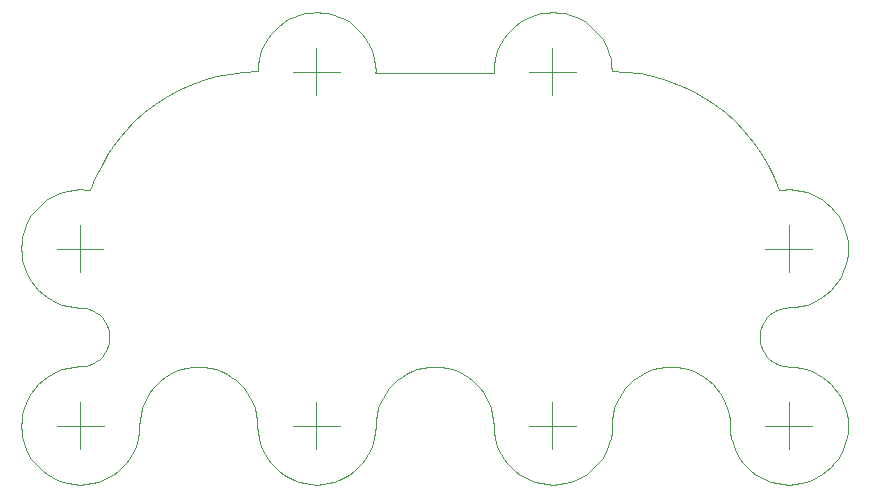
<source format=gbr>
G04 #@! TF.FileFunction,Profile,NP*
%FSLAX46Y46*%
G04 Gerber Fmt 4.6, Leading zero omitted, Abs format (unit mm)*
G04 Created by KiCad (PCBNEW 4.0.7-e2-6376~58~ubuntu16.04.1) date Fri Oct  5 04:37:02 2018*
%MOMM*%
%LPD*%
G01*
G04 APERTURE LIST*
%ADD10C,0.100000*%
G04 APERTURE END LIST*
D10*
X130973275Y-79987425D02*
X130973275Y-76010965D01*
X128985045Y-77999195D02*
X132961504Y-77999195D01*
X70973281Y-79987425D02*
X70973281Y-76010965D01*
X68985051Y-77999195D02*
X72961510Y-77999195D01*
X70978279Y-94987425D02*
X70978279Y-91010965D01*
X68990049Y-92999195D02*
X72966508Y-92999195D01*
X90973275Y-94987425D02*
X90973275Y-91010965D01*
X88985045Y-92999195D02*
X92961504Y-92999195D01*
X110973275Y-94987425D02*
X110973275Y-91010965D01*
X108985045Y-92999195D02*
X112961504Y-92999195D01*
X130973275Y-94987425D02*
X130973275Y-91010965D01*
X128985045Y-92999195D02*
X132961504Y-92999195D01*
X110973275Y-64987425D02*
X110973275Y-61010965D01*
X108985045Y-62999195D02*
X112961504Y-62999195D01*
X90973275Y-64987425D02*
X90973275Y-61010965D01*
X88985045Y-62999195D02*
X92961504Y-62999195D01*
X90999185Y-57979700D02*
X90997940Y-57979880D01*
X90999185Y-57979790D02*
X90999185Y-57979700D01*
X90999235Y-57979800D02*
X90999185Y-57979790D01*
X90999295Y-57979800D02*
X90999235Y-57979800D01*
X90999345Y-57979810D02*
X90999295Y-57979800D01*
X90999395Y-57979810D02*
X90999345Y-57979810D01*
X90999445Y-57979820D02*
X90999395Y-57979810D01*
X90999505Y-57979830D02*
X90999445Y-57979820D01*
X90999555Y-57979840D02*
X90999505Y-57979830D01*
X90999615Y-57979840D02*
X90999555Y-57979840D01*
X90999665Y-57979850D02*
X90999615Y-57979840D01*
X90999715Y-57979850D02*
X90999665Y-57979850D01*
X90999765Y-57979860D02*
X90999715Y-57979850D01*
X90999815Y-57979860D02*
X90999765Y-57979860D01*
X90999865Y-57979870D02*
X90999815Y-57979860D01*
X90999925Y-57979870D02*
X90999865Y-57979870D01*
X91510605Y-58005670D02*
X90999925Y-57979870D01*
X92006535Y-58081370D02*
X91510605Y-58005670D01*
X92485205Y-58204430D02*
X92006535Y-58081370D01*
X92944105Y-58372370D02*
X92485205Y-58204430D01*
X93380725Y-58582680D02*
X92944105Y-58372370D01*
X93792555Y-58832850D02*
X93380725Y-58582680D01*
X94177085Y-59120370D02*
X93792555Y-58832850D01*
X94531795Y-59442720D02*
X94177085Y-59120370D01*
X94854185Y-59797410D02*
X94531795Y-59442720D01*
X95141735Y-60181900D02*
X94854185Y-59797410D01*
X95391945Y-60593700D02*
X95141735Y-60181900D01*
X95602305Y-61030300D02*
X95391945Y-60593700D01*
X95770295Y-61489180D02*
X95602305Y-61030300D01*
X95893415Y-61967840D02*
X95770295Y-61489180D01*
X95969115Y-62463760D02*
X95893415Y-61967840D01*
X95994915Y-62974440D02*
X95969115Y-62463760D01*
X95994535Y-62982440D02*
X95994915Y-62974440D01*
X95994165Y-62990440D02*
X95994535Y-62982440D01*
X95993775Y-62998440D02*
X95994165Y-62990440D01*
X95993395Y-63006440D02*
X95993775Y-62998440D01*
X95993005Y-63014440D02*
X95993395Y-63006440D01*
X95992615Y-63022440D02*
X95993005Y-63014440D01*
X95992195Y-63030440D02*
X95992615Y-63022440D01*
X95991785Y-63038440D02*
X95992195Y-63030440D01*
X95991355Y-63046440D02*
X95991785Y-63038440D01*
X95990925Y-63054440D02*
X95991355Y-63046440D01*
X95990455Y-63062440D02*
X95990925Y-63054440D01*
X95989995Y-63070440D02*
X95990455Y-63062440D01*
X95989465Y-63078440D02*
X95989995Y-63070440D01*
X95988995Y-63086440D02*
X95989465Y-63078440D01*
X95988535Y-63094440D02*
X95988995Y-63086440D01*
X95987995Y-63102440D02*
X95988535Y-63094440D01*
X96614315Y-63102440D02*
X95987995Y-63102440D01*
X97240635Y-63102440D02*
X96614315Y-63102440D01*
X97866955Y-63102440D02*
X97240635Y-63102440D01*
X98493275Y-63102440D02*
X97866955Y-63102440D01*
X99119595Y-63102440D02*
X98493275Y-63102440D01*
X99745915Y-63102440D02*
X99119595Y-63102440D01*
X100372235Y-63102440D02*
X99745915Y-63102440D01*
X100998555Y-63102440D02*
X100372235Y-63102440D01*
X101624875Y-63102440D02*
X100998555Y-63102440D01*
X102251205Y-63102440D02*
X101624875Y-63102440D01*
X102877525Y-63102440D02*
X102251205Y-63102440D01*
X103503845Y-63102440D02*
X102877525Y-63102440D01*
X104130165Y-63102440D02*
X103503845Y-63102440D01*
X104756485Y-63102440D02*
X104130165Y-63102440D01*
X105382805Y-63102440D02*
X104756485Y-63102440D01*
X106009125Y-63102440D02*
X105382805Y-63102440D01*
X106008745Y-63094440D02*
X106009125Y-63102440D01*
X106008375Y-63086440D02*
X106008745Y-63094440D01*
X106008005Y-63078440D02*
X106008375Y-63086440D01*
X106007645Y-63070440D02*
X106008005Y-63078440D01*
X106007275Y-63062440D02*
X106007645Y-63070440D01*
X106006925Y-63054440D02*
X106007275Y-63062440D01*
X106006575Y-63046440D02*
X106006925Y-63054440D01*
X106006245Y-63038440D02*
X106006575Y-63046440D01*
X106005925Y-63030440D02*
X106006245Y-63038440D01*
X106005615Y-63022440D02*
X106005925Y-63030440D01*
X106005315Y-63014440D02*
X106005615Y-63022440D01*
X106005045Y-63006440D02*
X106005315Y-63014440D01*
X106004775Y-62998440D02*
X106005045Y-63006440D01*
X106004545Y-62990440D02*
X106004775Y-62998440D01*
X106004325Y-62982440D02*
X106004545Y-62990440D01*
X106004125Y-62974440D02*
X106004325Y-62982440D01*
X106029925Y-62463770D02*
X106004125Y-62974440D01*
X106105625Y-61967840D02*
X106029925Y-62463770D01*
X106228745Y-61489180D02*
X106105625Y-61967840D01*
X106396735Y-61030300D02*
X106228745Y-61489180D01*
X106607095Y-60593700D02*
X106396735Y-61030300D01*
X106857305Y-60181900D02*
X106607095Y-60593700D01*
X107144855Y-59797400D02*
X106857305Y-60181900D01*
X107467245Y-59442720D02*
X107144855Y-59797400D01*
X107821955Y-59120370D02*
X107467245Y-59442720D01*
X108206485Y-58832850D02*
X107821955Y-59120370D01*
X108618315Y-58582680D02*
X108206485Y-58832850D01*
X109054935Y-58372370D02*
X108618315Y-58582680D01*
X109513835Y-58204440D02*
X109054935Y-58372370D01*
X109992505Y-58081370D02*
X109513835Y-58204440D01*
X110488435Y-58005670D02*
X109992505Y-58081370D01*
X110999115Y-57979870D02*
X110488435Y-58005670D01*
X111509795Y-58005670D02*
X110999115Y-57979870D01*
X112005725Y-58081370D02*
X111509795Y-58005670D01*
X112484395Y-58204430D02*
X112005725Y-58081370D01*
X112943295Y-58372370D02*
X112484395Y-58204430D01*
X113379915Y-58582680D02*
X112943295Y-58372370D01*
X113791745Y-58832850D02*
X113379915Y-58582680D01*
X114176265Y-59120370D02*
X113791745Y-58832850D01*
X114530975Y-59442720D02*
X114176265Y-59120370D01*
X114853365Y-59797400D02*
X114530975Y-59442720D01*
X115140925Y-60181900D02*
X114853365Y-59797400D01*
X115391125Y-60593700D02*
X115140925Y-60181900D01*
X115601485Y-61030300D02*
X115391125Y-60593700D01*
X115769475Y-61489180D02*
X115601485Y-61030300D01*
X115892595Y-61967840D02*
X115769475Y-61489180D01*
X115968295Y-62463760D02*
X115892595Y-61967840D01*
X115994095Y-62974440D02*
X115968295Y-62463760D01*
X117181445Y-63022640D02*
X115994095Y-62974440D01*
X118348085Y-63162470D02*
X117181445Y-63022640D01*
X119489795Y-63390890D02*
X118348085Y-63162470D01*
X120602345Y-63704900D02*
X119489795Y-63390890D01*
X121681525Y-64101490D02*
X120602345Y-63704900D01*
X122723105Y-64577640D02*
X121681525Y-64101490D01*
X123722865Y-65130360D02*
X122723105Y-64577640D01*
X124676585Y-65756630D02*
X123722865Y-65130360D01*
X125580045Y-66453450D02*
X124676585Y-65756630D01*
X126429025Y-67217820D02*
X125580045Y-66453450D01*
X127219295Y-68046720D02*
X126429025Y-67217820D01*
X127946635Y-68937140D02*
X127219295Y-68046720D01*
X128606825Y-69886090D02*
X127946635Y-68937140D01*
X129195645Y-70890550D02*
X128606825Y-69886090D01*
X129708875Y-71947520D02*
X129195645Y-70890550D01*
X130142295Y-73053980D02*
X129708875Y-71947520D01*
X130195395Y-73044980D02*
X130142295Y-73053980D01*
X130248595Y-73036980D02*
X130195395Y-73044980D01*
X130301795Y-73028980D02*
X130248595Y-73036980D01*
X130355095Y-73021980D02*
X130301795Y-73028980D01*
X130408495Y-73014980D02*
X130355095Y-73021980D01*
X130461995Y-73008980D02*
X130408495Y-73014980D01*
X130515495Y-73003980D02*
X130461995Y-73008980D01*
X130569095Y-72998980D02*
X130515495Y-73003980D01*
X130622695Y-72994980D02*
X130569095Y-72998980D01*
X130676395Y-72990980D02*
X130622695Y-72994980D01*
X130730095Y-72987980D02*
X130676395Y-72990980D01*
X130783895Y-72984980D02*
X130730095Y-72987980D01*
X130837695Y-72981980D02*
X130783895Y-72984980D01*
X130891495Y-72980980D02*
X130837695Y-72981980D01*
X130945295Y-72980270D02*
X130891495Y-72980980D01*
X130999195Y-72979980D02*
X130945295Y-72980270D01*
X131509865Y-73005780D02*
X130999195Y-72979980D01*
X132005795Y-73081480D02*
X131509865Y-73005780D01*
X132484455Y-73204590D02*
X132005795Y-73081480D01*
X132943335Y-73372580D02*
X132484455Y-73204590D01*
X133379935Y-73582940D02*
X132943335Y-73372580D01*
X133791735Y-73833150D02*
X133379935Y-73582940D01*
X134176225Y-74120700D02*
X133791735Y-73833150D01*
X134530905Y-74443090D02*
X134176225Y-74120700D01*
X134853255Y-74797800D02*
X134530905Y-74443090D01*
X135140775Y-75182330D02*
X134853255Y-74797800D01*
X135390945Y-75594160D02*
X135140775Y-75182330D01*
X135601255Y-76030780D02*
X135390945Y-75594160D01*
X135769185Y-76489680D02*
X135601255Y-76030780D01*
X135892255Y-76968350D02*
X135769185Y-76489680D01*
X135967955Y-77464280D02*
X135892255Y-76968350D01*
X135993755Y-77974960D02*
X135967955Y-77464280D01*
X135967955Y-78485640D02*
X135993755Y-77974960D01*
X135892255Y-78981570D02*
X135967955Y-78485640D01*
X135769195Y-79460240D02*
X135892255Y-78981570D01*
X135601255Y-79919140D02*
X135769195Y-79460240D01*
X135390945Y-80355760D02*
X135601255Y-79919140D01*
X135140775Y-80767590D02*
X135390945Y-80355760D01*
X134853255Y-81152110D02*
X135140775Y-80767590D01*
X134530905Y-81506830D02*
X134853255Y-81152110D01*
X134176225Y-81829220D02*
X134530905Y-81506830D01*
X133791735Y-82116770D02*
X134176225Y-81829220D01*
X133379935Y-82366990D02*
X133791735Y-82116770D01*
X132943335Y-82577340D02*
X133379935Y-82366990D01*
X132484455Y-82745330D02*
X132943335Y-82577340D01*
X132005795Y-82868440D02*
X132484455Y-82745330D01*
X131509875Y-82944140D02*
X132005795Y-82868440D01*
X130999195Y-82969940D02*
X131509875Y-82944140D01*
X130998195Y-82969900D02*
X130999195Y-82969940D01*
X130996195Y-82969850D02*
X130998195Y-82969900D01*
X130995195Y-82969800D02*
X130996195Y-82969850D01*
X130994195Y-82969740D02*
X130995195Y-82969800D01*
X130993195Y-82969680D02*
X130994195Y-82969740D01*
X130991195Y-82969610D02*
X130993195Y-82969680D01*
X130990195Y-82969540D02*
X130991195Y-82969610D01*
X130989195Y-82969470D02*
X130990195Y-82969540D01*
X130988195Y-82969400D02*
X130989195Y-82969470D01*
X130986195Y-82969320D02*
X130988195Y-82969400D01*
X130985195Y-82969250D02*
X130986195Y-82969320D01*
X130984195Y-82969180D02*
X130985195Y-82969250D01*
X130983195Y-82969120D02*
X130984195Y-82969180D01*
X130981195Y-82969050D02*
X130983195Y-82969120D01*
X130980195Y-82968990D02*
X130981195Y-82969050D01*
X130979195Y-82968940D02*
X130980195Y-82968990D01*
X130979195Y-82968940D02*
X130979195Y-82968940D01*
X130979195Y-82968940D02*
X130979195Y-82968940D01*
X130979195Y-82968940D02*
X130979195Y-82968940D01*
X130979195Y-82968940D02*
X130979195Y-82968940D01*
X130979195Y-82968940D02*
X130979195Y-82968940D01*
X130979195Y-82968940D02*
X130979195Y-82968940D01*
X130979195Y-82968940D02*
X130979195Y-82968940D01*
X130979195Y-82968940D02*
X130979195Y-82968940D01*
X130979195Y-82968940D02*
X130979195Y-82968940D01*
X130979195Y-82968940D02*
X130979195Y-82968940D01*
X130979195Y-82968940D02*
X130979195Y-82968940D01*
X130979195Y-82968940D02*
X130979195Y-82968940D01*
X130979195Y-82968940D02*
X130979195Y-82968940D01*
X130979195Y-82968940D02*
X130979195Y-82968940D01*
X130979195Y-82968940D02*
X130979195Y-82968940D01*
X130979195Y-82968940D02*
X130979195Y-82968940D01*
X130726105Y-82984340D02*
X130979195Y-82968940D01*
X130480465Y-83024440D02*
X130726105Y-82984340D01*
X130243515Y-83088040D02*
X130480465Y-83024440D01*
X130016455Y-83173940D02*
X130243515Y-83088040D01*
X129800525Y-83280780D02*
X130016455Y-83173940D01*
X129596955Y-83407300D02*
X129800525Y-83280780D01*
X129406955Y-83552240D02*
X129596955Y-83407300D01*
X129231755Y-83714320D02*
X129406955Y-83552240D01*
X129072565Y-83892260D02*
X129231755Y-83714320D01*
X128930625Y-84084800D02*
X129072565Y-83892260D01*
X128807175Y-84290660D02*
X128930625Y-84084800D01*
X128703365Y-84508570D02*
X128807175Y-84290660D01*
X128620465Y-84737260D02*
X128703365Y-84508570D01*
X128559765Y-84975440D02*
X128620465Y-84737260D01*
X128522365Y-85221860D02*
X128559765Y-84975440D01*
X128509565Y-85475230D02*
X128522365Y-85221860D01*
X128522465Y-85728560D02*
X128509565Y-85475230D01*
X128559865Y-85974940D02*
X128522465Y-85728560D01*
X128620665Y-86213080D02*
X128559865Y-85974940D01*
X128703565Y-86441720D02*
X128620665Y-86213080D01*
X128807375Y-86659590D02*
X128703565Y-86441720D01*
X128930855Y-86865400D02*
X128807375Y-86659590D01*
X129072805Y-87057900D02*
X128930855Y-86865400D01*
X129231985Y-87235800D02*
X129072805Y-87057900D01*
X129407195Y-87397840D02*
X129231985Y-87235800D01*
X129597185Y-87542740D02*
X129407195Y-87397840D01*
X129800745Y-87669220D02*
X129597185Y-87542740D01*
X130016655Y-87776040D02*
X129800745Y-87669220D01*
X130243685Y-87861940D02*
X130016655Y-87776040D01*
X130480615Y-87925540D02*
X130243685Y-87861940D01*
X130726215Y-87965540D02*
X130480615Y-87925540D01*
X130979275Y-87981040D02*
X130726215Y-87965540D01*
X130979275Y-87981040D02*
X130979275Y-87981040D01*
X130979275Y-87981040D02*
X130979275Y-87981040D01*
X130979275Y-87981040D02*
X130979275Y-87981040D01*
X130979275Y-87981040D02*
X130979275Y-87981040D01*
X130979275Y-87981040D02*
X130979275Y-87981040D01*
X130979275Y-87981040D02*
X130979275Y-87981040D01*
X130979275Y-87981040D02*
X130979275Y-87981040D01*
X130979275Y-87981040D02*
X130979275Y-87981040D01*
X130979275Y-87981040D02*
X130979275Y-87981040D01*
X130979275Y-87981040D02*
X130979275Y-87981040D01*
X130979275Y-87981040D02*
X130979275Y-87981040D01*
X130979275Y-87981040D02*
X130979275Y-87981040D01*
X130979275Y-87981040D02*
X130979275Y-87981040D01*
X130979275Y-87981040D02*
X130979275Y-87981040D01*
X130979275Y-87981040D02*
X130979275Y-87981040D01*
X130979275Y-87981040D02*
X130979275Y-87981040D01*
X130980275Y-87981000D02*
X130979275Y-87981040D01*
X130981275Y-87980950D02*
X130980275Y-87981000D01*
X130982275Y-87980890D02*
X130981275Y-87980950D01*
X130984275Y-87980830D02*
X130982275Y-87980890D01*
X130985275Y-87980770D02*
X130984275Y-87980830D01*
X130986275Y-87980700D02*
X130985275Y-87980770D01*
X130987275Y-87980630D02*
X130986275Y-87980700D01*
X130989275Y-87980560D02*
X130987275Y-87980630D01*
X130990275Y-87980490D02*
X130989275Y-87980560D01*
X130991275Y-87980420D02*
X130990275Y-87980490D01*
X130992275Y-87980350D02*
X130991275Y-87980420D01*
X130994275Y-87980280D02*
X130992275Y-87980350D01*
X130995275Y-87980210D02*
X130994275Y-87980280D01*
X130996275Y-87980150D02*
X130995275Y-87980210D01*
X130997275Y-87980090D02*
X130996275Y-87980150D01*
X130998275Y-87980040D02*
X130997275Y-87980090D01*
X131508945Y-88005840D02*
X130998275Y-87980040D01*
X132004875Y-88081540D02*
X131508945Y-88005840D01*
X132483535Y-88204650D02*
X132004875Y-88081540D01*
X132942415Y-88372640D02*
X132483535Y-88204650D01*
X133379015Y-88583000D02*
X132942415Y-88372640D01*
X133790815Y-88833210D02*
X133379015Y-88583000D01*
X134175305Y-89120760D02*
X133790815Y-88833210D01*
X134529985Y-89443150D02*
X134175305Y-89120760D01*
X134852335Y-89797860D02*
X134529985Y-89443150D01*
X135139855Y-90182390D02*
X134852335Y-89797860D01*
X135390025Y-90594220D02*
X135139855Y-90182390D01*
X135600335Y-91030840D02*
X135390025Y-90594220D01*
X135768265Y-91489740D02*
X135600335Y-91030840D01*
X135891335Y-91968410D02*
X135768265Y-91489740D01*
X135967035Y-92464340D02*
X135891335Y-91968410D01*
X135992835Y-92975020D02*
X135967035Y-92464340D01*
X135967035Y-93485700D02*
X135992835Y-92975020D01*
X135891335Y-93981630D02*
X135967035Y-93485700D01*
X135768275Y-94460300D02*
X135891335Y-93981630D01*
X135600335Y-94919200D02*
X135768275Y-94460300D01*
X135390025Y-95355820D02*
X135600335Y-94919200D01*
X135139855Y-95767650D02*
X135390025Y-95355820D01*
X134852335Y-96152170D02*
X135139855Y-95767650D01*
X134529985Y-96506890D02*
X134852335Y-96152170D01*
X134175305Y-96829280D02*
X134529985Y-96506890D01*
X133790815Y-97116830D02*
X134175305Y-96829280D01*
X133379015Y-97367050D02*
X133790815Y-97116830D01*
X132942415Y-97577400D02*
X133379015Y-97367050D01*
X132483535Y-97745390D02*
X132942415Y-97577400D01*
X132004875Y-97868500D02*
X132483535Y-97745390D01*
X131508955Y-97944200D02*
X132004875Y-97868500D01*
X130998275Y-97970000D02*
X131508955Y-97944200D01*
X130489235Y-97944300D02*
X130998275Y-97970000D01*
X129994555Y-97869000D02*
X130489235Y-97944300D01*
X129516745Y-97746650D02*
X129994555Y-97869000D01*
X129058345Y-97579690D02*
X129516745Y-97746650D01*
X128621895Y-97370600D02*
X129058345Y-97579690D01*
X128209895Y-97121870D02*
X128621895Y-97370600D01*
X127824895Y-96835980D02*
X128209895Y-97121870D01*
X127469425Y-96515400D02*
X127824895Y-96835980D01*
X127146005Y-96162610D02*
X127469425Y-96515400D01*
X126857155Y-95780100D02*
X127146005Y-96162610D01*
X126605415Y-95370350D02*
X126857155Y-95780100D01*
X126393315Y-94935830D02*
X126605415Y-95370350D01*
X126223365Y-94479030D02*
X126393315Y-94935830D01*
X126098145Y-94002430D02*
X126223365Y-94479030D01*
X126020245Y-93508500D02*
X126098145Y-94002430D01*
X125991845Y-92999730D02*
X126020245Y-93508500D01*
X125991845Y-92999730D02*
X125991845Y-92999730D01*
X125991845Y-92999730D02*
X125991845Y-92999730D01*
X125991845Y-92999730D02*
X125991845Y-92999730D01*
X125991845Y-92999730D02*
X125991845Y-92999730D01*
X125991845Y-92999730D02*
X125991845Y-92999730D01*
X125991845Y-92999730D02*
X125991845Y-92999730D01*
X125991845Y-92999730D02*
X125991845Y-92999730D01*
X125991845Y-92999730D02*
X125991845Y-92999730D01*
X125991845Y-92999730D02*
X125991845Y-92999730D01*
X125991845Y-92999730D02*
X125991845Y-92999730D01*
X125991845Y-92999730D02*
X125991845Y-92999730D01*
X125991845Y-92999730D02*
X125991845Y-92999730D01*
X125991845Y-92999730D02*
X125991845Y-92999730D01*
X125991845Y-92999730D02*
X125991845Y-92999730D01*
X125991845Y-92999730D02*
X125991845Y-92999730D01*
X125991845Y-92999730D02*
X125991845Y-92999730D01*
X125991885Y-92998730D02*
X125991845Y-92999730D01*
X125991935Y-92996730D02*
X125991885Y-92998730D01*
X125991985Y-92995730D02*
X125991935Y-92996730D01*
X125992045Y-92994730D02*
X125991985Y-92995730D01*
X125992105Y-92993730D02*
X125992045Y-92994730D01*
X125992175Y-92991730D02*
X125992105Y-92993730D01*
X125992245Y-92990730D02*
X125992175Y-92991730D01*
X125992315Y-92989730D02*
X125992245Y-92990730D01*
X125992385Y-92988730D02*
X125992315Y-92989730D01*
X125992465Y-92986730D02*
X125992385Y-92988730D01*
X125992535Y-92985730D02*
X125992465Y-92986730D01*
X125992605Y-92984730D02*
X125992535Y-92985730D01*
X125992665Y-92983730D02*
X125992605Y-92984730D01*
X125992735Y-92981730D02*
X125992665Y-92983730D01*
X125992795Y-92980730D02*
X125992735Y-92981730D01*
X125992845Y-92979730D02*
X125992795Y-92980730D01*
X125967045Y-92469010D02*
X125992845Y-92979730D01*
X125891345Y-91973050D02*
X125967045Y-92469010D01*
X125768255Y-91494350D02*
X125891345Y-91973050D01*
X125600295Y-91035420D02*
X125768255Y-91494350D01*
X125389955Y-90598780D02*
X125600295Y-91035420D01*
X125139755Y-90186940D02*
X125389955Y-90598780D01*
X124852205Y-89802400D02*
X125139755Y-90186940D01*
X124529815Y-89447680D02*
X124852205Y-89802400D01*
X124175095Y-89125290D02*
X124529815Y-89447680D01*
X123790565Y-88837740D02*
X124175095Y-89125290D01*
X123378715Y-88587540D02*
X123790565Y-88837740D01*
X122942075Y-88377210D02*
X123378715Y-88587540D01*
X122483145Y-88209260D02*
X122942075Y-88377210D01*
X122004445Y-88086160D02*
X122483145Y-88209260D01*
X121508485Y-88010460D02*
X122004445Y-88086160D01*
X120997765Y-87984660D02*
X121508485Y-88010460D01*
X120487045Y-88010460D02*
X120997765Y-87984660D01*
X119991085Y-88086160D02*
X120487045Y-88010460D01*
X119512385Y-88209240D02*
X119991085Y-88086160D01*
X119053455Y-88377210D02*
X119512385Y-88209240D01*
X118616815Y-88587540D02*
X119053455Y-88377210D01*
X118204975Y-88837740D02*
X118616815Y-88587540D01*
X117820435Y-89125290D02*
X118204975Y-88837740D01*
X117465715Y-89447680D02*
X117820435Y-89125290D01*
X117143325Y-89802400D02*
X117465715Y-89447680D01*
X116855775Y-90186940D02*
X117143325Y-89802400D01*
X116605575Y-90598780D02*
X116855775Y-90186940D01*
X116395245Y-91035420D02*
X116605575Y-90598780D01*
X116227295Y-91494350D02*
X116395245Y-91035420D01*
X116104195Y-91973050D02*
X116227295Y-91494350D01*
X116028495Y-92469010D02*
X116104195Y-91973050D01*
X116002695Y-92979730D02*
X116028495Y-92469010D01*
X116002735Y-92980730D02*
X116002695Y-92979730D01*
X116002785Y-92981730D02*
X116002735Y-92980730D01*
X116002845Y-92983730D02*
X116002785Y-92981730D01*
X116002905Y-92984730D02*
X116002845Y-92983730D01*
X116002965Y-92985730D02*
X116002905Y-92984730D01*
X116003035Y-92986730D02*
X116002965Y-92985730D01*
X116003105Y-92988730D02*
X116003035Y-92986730D01*
X116003175Y-92989730D02*
X116003105Y-92988730D01*
X116003245Y-92990730D02*
X116003175Y-92989730D01*
X116003315Y-92991730D02*
X116003245Y-92990730D01*
X116003385Y-92993730D02*
X116003315Y-92991730D01*
X116003455Y-92994730D02*
X116003385Y-92993730D01*
X116003515Y-92995730D02*
X116003455Y-92994730D01*
X116003585Y-92996730D02*
X116003515Y-92995730D01*
X116003645Y-92998730D02*
X116003585Y-92996730D01*
X116003695Y-92999730D02*
X116003645Y-92998730D01*
X116003695Y-92999730D02*
X116003695Y-92999730D01*
X116003695Y-92999730D02*
X116003695Y-92999730D01*
X116003695Y-92999730D02*
X116003695Y-92999730D01*
X116003695Y-92999730D02*
X116003695Y-92999730D01*
X116003695Y-92999730D02*
X116003695Y-92999730D01*
X116003695Y-92999730D02*
X116003695Y-92999730D01*
X116003695Y-92999730D02*
X116003695Y-92999730D01*
X116003695Y-92999730D02*
X116003695Y-92999730D01*
X116003695Y-92999730D02*
X116003695Y-92999730D01*
X116003695Y-92999730D02*
X116003695Y-92999730D01*
X116003695Y-92999730D02*
X116003695Y-92999730D01*
X116003695Y-92999730D02*
X116003695Y-92999730D01*
X116003695Y-92999730D02*
X116003695Y-92999730D01*
X116003695Y-92999730D02*
X116003695Y-92999730D01*
X116003695Y-92999730D02*
X116003695Y-92999730D01*
X116003695Y-92999730D02*
X116003695Y-92999730D01*
X115975395Y-93508500D02*
X116003695Y-92999730D01*
X115897395Y-94002420D02*
X115975395Y-93508500D01*
X115772185Y-94479030D02*
X115897395Y-94002420D01*
X115602285Y-94935830D02*
X115772185Y-94479030D01*
X115390215Y-95370340D02*
X115602285Y-94935830D01*
X115138525Y-95780090D02*
X115390215Y-95370340D01*
X114849735Y-96162600D02*
X115138525Y-95780090D01*
X114526355Y-96515380D02*
X114849735Y-96162600D01*
X114170925Y-96835950D02*
X114526355Y-96515380D01*
X113785975Y-97121850D02*
X114170925Y-96835950D01*
X113374035Y-97370590D02*
X113785975Y-97121850D01*
X112937615Y-97579670D02*
X113374035Y-97370590D01*
X112479245Y-97746620D02*
X112937615Y-97579670D01*
X112001475Y-97868990D02*
X112479245Y-97746620D01*
X111506805Y-97944290D02*
X112001475Y-97868990D01*
X110997775Y-97969990D02*
X111506805Y-97944290D01*
X110488745Y-97944290D02*
X110997775Y-97969990D01*
X109994075Y-97868990D02*
X110488745Y-97944290D01*
X109516295Y-97746640D02*
X109994075Y-97868990D01*
X109057935Y-97579680D02*
X109516295Y-97746640D01*
X108621515Y-97370590D02*
X109057935Y-97579680D01*
X108209565Y-97121860D02*
X108621515Y-97370590D01*
X107824615Y-96835970D02*
X108209565Y-97121860D01*
X107469195Y-96515390D02*
X107824615Y-96835970D01*
X107145815Y-96162600D02*
X107469195Y-96515390D01*
X106857015Y-95780090D02*
X107145815Y-96162600D01*
X106605325Y-95370340D02*
X106857015Y-95780090D01*
X106393265Y-94935820D02*
X106605325Y-95370340D01*
X106223375Y-94479020D02*
X106393265Y-94935820D01*
X106098145Y-94002420D02*
X106223375Y-94479020D01*
X106020245Y-93508490D02*
X106098145Y-94002420D01*
X105991845Y-92999720D02*
X106020245Y-93508490D01*
X105991845Y-92999720D02*
X105991845Y-92999720D01*
X105991845Y-92999720D02*
X105991845Y-92999720D01*
X105991845Y-92999720D02*
X105991845Y-92999720D01*
X105991845Y-92999720D02*
X105991845Y-92999720D01*
X105991845Y-92999720D02*
X105991845Y-92999720D01*
X105991845Y-92999720D02*
X105991845Y-92999720D01*
X105991845Y-92999720D02*
X105991845Y-92999720D01*
X105991845Y-92999720D02*
X105991845Y-92999720D01*
X105991845Y-92999720D02*
X105991845Y-92999720D01*
X105991845Y-92999720D02*
X105991845Y-92999720D01*
X105991845Y-92999720D02*
X105991845Y-92999720D01*
X105991845Y-92999720D02*
X105991845Y-92999720D01*
X105991845Y-92999720D02*
X105991845Y-92999720D01*
X105991845Y-92999720D02*
X105991845Y-92999720D01*
X105991845Y-92999720D02*
X105991845Y-92999720D01*
X105991845Y-92999720D02*
X105991845Y-92999720D01*
X105991885Y-92998720D02*
X105991845Y-92999720D01*
X105991935Y-92996720D02*
X105991885Y-92998720D01*
X105991995Y-92995720D02*
X105991935Y-92996720D01*
X105992055Y-92994720D02*
X105991995Y-92995720D01*
X105992115Y-92993720D02*
X105992055Y-92994720D01*
X105992185Y-92991720D02*
X105992115Y-92993720D01*
X105992255Y-92990720D02*
X105992185Y-92991720D01*
X105992325Y-92989720D02*
X105992255Y-92990720D01*
X105992395Y-92988720D02*
X105992325Y-92989720D01*
X105992465Y-92986720D02*
X105992395Y-92988720D01*
X105992535Y-92985720D02*
X105992465Y-92986720D01*
X105992605Y-92984720D02*
X105992535Y-92985720D01*
X105992665Y-92983720D02*
X105992605Y-92984720D01*
X105992735Y-92981720D02*
X105992665Y-92983720D01*
X105992795Y-92980720D02*
X105992735Y-92981720D01*
X105992845Y-92979720D02*
X105992795Y-92980720D01*
X105967045Y-92469000D02*
X105992845Y-92979720D01*
X105891345Y-91973040D02*
X105967045Y-92469000D01*
X105768265Y-91494340D02*
X105891345Y-91973040D01*
X105600295Y-91035410D02*
X105768265Y-91494340D01*
X105389965Y-90598770D02*
X105600295Y-91035410D01*
X105139765Y-90186930D02*
X105389965Y-90598770D01*
X104852215Y-89802390D02*
X105139765Y-90186930D01*
X104529825Y-89447670D02*
X104852215Y-89802390D01*
X104175105Y-89125280D02*
X104529825Y-89447670D01*
X103790565Y-88837730D02*
X104175105Y-89125280D01*
X103378715Y-88587530D02*
X103790565Y-88837730D01*
X102942075Y-88377200D02*
X103378715Y-88587530D01*
X102483145Y-88209250D02*
X102942075Y-88377200D01*
X102004445Y-88086150D02*
X102483145Y-88209250D01*
X101508485Y-88010450D02*
X102004445Y-88086150D01*
X100997765Y-87984650D02*
X101508485Y-88010450D01*
X100487045Y-88010450D02*
X100997765Y-87984650D01*
X99991085Y-88086150D02*
X100487045Y-88010450D01*
X99512385Y-88209230D02*
X99991085Y-88086150D01*
X99053455Y-88377200D02*
X99512385Y-88209230D01*
X98616815Y-88587530D02*
X99053455Y-88377200D01*
X98204975Y-88837730D02*
X98616815Y-88587530D01*
X97820445Y-89125280D02*
X98204975Y-88837730D01*
X97465725Y-89447670D02*
X97820445Y-89125280D01*
X97143335Y-89802390D02*
X97465725Y-89447670D01*
X96855785Y-90186930D02*
X97143335Y-89802390D01*
X96605585Y-90598770D02*
X96855785Y-90186930D01*
X96395245Y-91035410D02*
X96605585Y-90598770D01*
X96227295Y-91494340D02*
X96395245Y-91035410D01*
X96104195Y-91973040D02*
X96227295Y-91494340D01*
X96028495Y-92469000D02*
X96104195Y-91973040D01*
X96002695Y-92979720D02*
X96028495Y-92469000D01*
X96002745Y-92980720D02*
X96002695Y-92979720D01*
X96002785Y-92981720D02*
X96002745Y-92980720D01*
X96002845Y-92983720D02*
X96002785Y-92981720D01*
X96002905Y-92984720D02*
X96002845Y-92983720D01*
X96002965Y-92985720D02*
X96002905Y-92984720D01*
X96003035Y-92986720D02*
X96002965Y-92985720D01*
X96003105Y-92988720D02*
X96003035Y-92986720D01*
X96003175Y-92989720D02*
X96003105Y-92988720D01*
X96003245Y-92990720D02*
X96003175Y-92989720D01*
X96003315Y-92991720D02*
X96003245Y-92990720D01*
X96003385Y-92993720D02*
X96003315Y-92991720D01*
X96003455Y-92994720D02*
X96003385Y-92993720D01*
X96003525Y-92995720D02*
X96003455Y-92994720D01*
X96003585Y-92996720D02*
X96003525Y-92995720D01*
X96003645Y-92998720D02*
X96003585Y-92996720D01*
X96003695Y-92999720D02*
X96003645Y-92998720D01*
X96003695Y-92999720D02*
X96003695Y-92999720D01*
X96003695Y-92999720D02*
X96003695Y-92999720D01*
X96003695Y-92999720D02*
X96003695Y-92999720D01*
X96003695Y-92999720D02*
X96003695Y-92999720D01*
X96003695Y-92999720D02*
X96003695Y-92999720D01*
X96003695Y-92999720D02*
X96003695Y-92999720D01*
X96003695Y-92999720D02*
X96003695Y-92999720D01*
X96003695Y-92999720D02*
X96003695Y-92999720D01*
X96003695Y-92999720D02*
X96003695Y-92999720D01*
X96003695Y-92999720D02*
X96003695Y-92999720D01*
X96003695Y-92999720D02*
X96003695Y-92999720D01*
X96003695Y-92999720D02*
X96003695Y-92999720D01*
X96003695Y-92999720D02*
X96003695Y-92999720D01*
X96003695Y-92999720D02*
X96003695Y-92999720D01*
X96003695Y-92999720D02*
X96003695Y-92999720D01*
X96003695Y-92999720D02*
X96003695Y-92999720D01*
X95975395Y-93508490D02*
X96003695Y-92999720D01*
X95897395Y-94002410D02*
X95975395Y-93508490D01*
X95772185Y-94479020D02*
X95897395Y-94002410D01*
X95602285Y-94935820D02*
X95772185Y-94479020D01*
X95390215Y-95370330D02*
X95602285Y-94935820D01*
X95138525Y-95780080D02*
X95390215Y-95370330D01*
X94849735Y-96162590D02*
X95138525Y-95780080D01*
X94526355Y-96515370D02*
X94849735Y-96162590D01*
X94170925Y-96835940D02*
X94526355Y-96515370D01*
X93785975Y-97121840D02*
X94170925Y-96835940D01*
X93374035Y-97370580D02*
X93785975Y-97121840D01*
X92937615Y-97579660D02*
X93374035Y-97370580D01*
X92479245Y-97746610D02*
X92937615Y-97579660D01*
X92001475Y-97868980D02*
X92479245Y-97746610D01*
X91506805Y-97944280D02*
X92001475Y-97868980D01*
X90997775Y-97969980D02*
X91506805Y-97944280D01*
X90488745Y-97944280D02*
X90997775Y-97969980D01*
X89994075Y-97868980D02*
X90488745Y-97944280D01*
X89516295Y-97746630D02*
X89994075Y-97868980D01*
X89057931Y-97579670D02*
X89516295Y-97746630D01*
X88621514Y-97370580D02*
X89057931Y-97579670D01*
X88209563Y-97121850D02*
X88621514Y-97370580D01*
X87824610Y-96835960D02*
X88209563Y-97121850D01*
X87469184Y-96515380D02*
X87824610Y-96835960D01*
X87145809Y-96162590D02*
X87469184Y-96515380D01*
X86857011Y-95780080D02*
X87145809Y-96162590D01*
X86605318Y-95370330D02*
X86857011Y-95780080D01*
X86393258Y-94935810D02*
X86605318Y-95370330D01*
X86223354Y-94479010D02*
X86393258Y-94935810D01*
X86098141Y-94002410D02*
X86223354Y-94479010D01*
X86020141Y-93508480D02*
X86098141Y-94002410D01*
X85991881Y-92999710D02*
X86020141Y-93508480D01*
X85991881Y-92999710D02*
X85991881Y-92999710D01*
X85991881Y-92999710D02*
X85991881Y-92999710D01*
X85991881Y-92999710D02*
X85991881Y-92999710D01*
X85991881Y-92999710D02*
X85991881Y-92999710D01*
X85991881Y-92999710D02*
X85991881Y-92999710D01*
X85991881Y-92999710D02*
X85991881Y-92999710D01*
X85991881Y-92999710D02*
X85991881Y-92999710D01*
X85991881Y-92999710D02*
X85991881Y-92999710D01*
X85991881Y-92999710D02*
X85991881Y-92999710D01*
X85991881Y-92999710D02*
X85991881Y-92999710D01*
X85991881Y-92999710D02*
X85991881Y-92999710D01*
X85991881Y-92999710D02*
X85991881Y-92999710D01*
X85991881Y-92999710D02*
X85991881Y-92999710D01*
X85991881Y-92999710D02*
X85991881Y-92999710D01*
X85991881Y-92999710D02*
X85991881Y-92999710D01*
X85991881Y-92999710D02*
X85991881Y-92999710D01*
X85991940Y-92998710D02*
X85991881Y-92999710D01*
X85992005Y-92996710D02*
X85991940Y-92998710D01*
X85992074Y-92995710D02*
X85992005Y-92996710D01*
X85992145Y-92994710D02*
X85992074Y-92995710D01*
X85992218Y-92993710D02*
X85992145Y-92994710D01*
X85992294Y-92991710D02*
X85992218Y-92993710D01*
X85992370Y-92990710D02*
X85992294Y-92991710D01*
X85992446Y-92989710D02*
X85992370Y-92990710D01*
X85992522Y-92988710D02*
X85992446Y-92989710D01*
X85992597Y-92986710D02*
X85992522Y-92988710D01*
X85992670Y-92985710D02*
X85992597Y-92986710D01*
X85992740Y-92984710D02*
X85992670Y-92985710D01*
X85992807Y-92983710D02*
X85992740Y-92984710D01*
X85992870Y-92981710D02*
X85992807Y-92983710D01*
X85992929Y-92980710D02*
X85992870Y-92981710D01*
X85992981Y-92979710D02*
X85992929Y-92980710D01*
X85967201Y-92468990D02*
X85992981Y-92979710D01*
X85891511Y-91973030D02*
X85967201Y-92468990D01*
X85768429Y-91494330D02*
X85891511Y-91973030D01*
X85600463Y-91035400D02*
X85768429Y-91494330D01*
X85390125Y-90598760D02*
X85600463Y-91035400D01*
X85139926Y-90186920D02*
X85390125Y-90598760D01*
X84852376Y-89802380D02*
X85139926Y-90186920D01*
X84529986Y-89447660D02*
X84852376Y-89802380D01*
X84175267Y-89125270D02*
X84529986Y-89447660D01*
X83790729Y-88837720D02*
X84175267Y-89125270D01*
X83378885Y-88587520D02*
X83790729Y-88837720D01*
X82942244Y-88377190D02*
X83378885Y-88587520D01*
X82483313Y-88209240D02*
X82942244Y-88377190D01*
X82004618Y-88086140D02*
X82483313Y-88209240D01*
X81508653Y-88010440D02*
X82004618Y-88086140D01*
X80997936Y-87984640D02*
X81508653Y-88010440D01*
X80487217Y-88010440D02*
X80997936Y-87984640D01*
X79991254Y-88086140D02*
X80487217Y-88010440D01*
X79512554Y-88209220D02*
X79991254Y-88086140D01*
X79053628Y-88377190D02*
X79512554Y-88209220D01*
X78616987Y-88587520D02*
X79053628Y-88377190D01*
X78205143Y-88837720D02*
X78616987Y-88587520D01*
X77820605Y-89125270D02*
X78205143Y-88837720D01*
X77465886Y-89447660D02*
X77820605Y-89125270D01*
X77143496Y-89802380D02*
X77465886Y-89447660D01*
X76855946Y-90186920D02*
X77143496Y-89802380D01*
X76605747Y-90598760D02*
X76855946Y-90186920D01*
X76395409Y-91035400D02*
X76605747Y-90598760D01*
X76227441Y-91494330D02*
X76395409Y-91035400D01*
X76104361Y-91973030D02*
X76227441Y-91494330D01*
X76028671Y-92468990D02*
X76104361Y-91973030D01*
X76002891Y-92979710D02*
X76028671Y-92468990D01*
X76002950Y-92980710D02*
X76002891Y-92979710D01*
X76003015Y-92981710D02*
X76002950Y-92980710D01*
X76003084Y-92983710D02*
X76003015Y-92981710D01*
X76003155Y-92984710D02*
X76003084Y-92983710D01*
X76003228Y-92985710D02*
X76003155Y-92984710D01*
X76003304Y-92986710D02*
X76003228Y-92985710D01*
X76003381Y-92988710D02*
X76003304Y-92986710D01*
X76003457Y-92989710D02*
X76003381Y-92988710D01*
X76003533Y-92990710D02*
X76003457Y-92989710D01*
X76003608Y-92991710D02*
X76003533Y-92990710D01*
X76003681Y-92993710D02*
X76003608Y-92991710D01*
X76003751Y-92994710D02*
X76003681Y-92993710D01*
X76003817Y-92995710D02*
X76003751Y-92994710D01*
X76003880Y-92996710D02*
X76003817Y-92995710D01*
X76003939Y-92998710D02*
X76003880Y-92996710D01*
X76003991Y-92999710D02*
X76003939Y-92998710D01*
X76003991Y-92999710D02*
X76003991Y-92999710D01*
X76003991Y-92999710D02*
X76003991Y-92999710D01*
X76003991Y-92999710D02*
X76003991Y-92999710D01*
X76003991Y-92999710D02*
X76003991Y-92999710D01*
X76003991Y-92999710D02*
X76003991Y-92999710D01*
X76003991Y-92999710D02*
X76003991Y-92999710D01*
X76003991Y-92999710D02*
X76003991Y-92999710D01*
X76003991Y-92999710D02*
X76003991Y-92999710D01*
X76003991Y-92999710D02*
X76003991Y-92999710D01*
X76003991Y-92999710D02*
X76003991Y-92999710D01*
X76003991Y-92999710D02*
X76003991Y-92999710D01*
X76003991Y-92999710D02*
X76003991Y-92999710D01*
X76003991Y-92999710D02*
X76003991Y-92999710D01*
X76003991Y-92999710D02*
X76003991Y-92999710D01*
X76003991Y-92999710D02*
X76003991Y-92999710D01*
X76003991Y-92999710D02*
X76003991Y-92999710D01*
X75975721Y-93508480D02*
X76003991Y-92999710D01*
X75897701Y-94002400D02*
X75975721Y-93508480D01*
X75772460Y-94479010D02*
X75897701Y-94002400D01*
X75602525Y-94935810D02*
X75772460Y-94479010D01*
X75390426Y-95370320D02*
X75602525Y-94935810D01*
X75138690Y-95780070D02*
X75390426Y-95370320D01*
X74849846Y-96162580D02*
X75138690Y-95780070D01*
X74526422Y-96515360D02*
X74849846Y-96162580D01*
X74170946Y-96835940D02*
X74526422Y-96515360D01*
X73785950Y-97121830D02*
X74170946Y-96835940D01*
X73373960Y-97370570D02*
X73785950Y-97121830D01*
X72937501Y-97579650D02*
X73373960Y-97370570D01*
X72479099Y-97746600D02*
X72937501Y-97579650D01*
X72001301Y-97868970D02*
X72479099Y-97746600D01*
X71506616Y-97944270D02*
X72001301Y-97868970D01*
X70997579Y-97969970D02*
X71506616Y-97944270D01*
X70486904Y-97944170D02*
X70997579Y-97969970D01*
X69990977Y-97868470D02*
X70486904Y-97944170D01*
X69512318Y-97745360D02*
X69990977Y-97868470D01*
X69053436Y-97577370D02*
X69512318Y-97745360D01*
X68616840Y-97367010D02*
X69053436Y-97577370D01*
X68205037Y-97116800D02*
X68616840Y-97367010D01*
X67820541Y-96829250D02*
X68205037Y-97116800D01*
X67465862Y-96506860D02*
X67820541Y-96829250D01*
X67143510Y-96152150D02*
X67465862Y-96506860D01*
X66855994Y-95767620D02*
X67143510Y-96152150D01*
X66605827Y-95355790D02*
X66855994Y-95767620D01*
X66395515Y-94919170D02*
X66605827Y-95355790D01*
X66227572Y-94460270D02*
X66395515Y-94919170D01*
X66104506Y-93981600D02*
X66227572Y-94460270D01*
X66028826Y-93485670D02*
X66104506Y-93981600D01*
X66003046Y-92974990D02*
X66028826Y-93485670D01*
X66028706Y-92466320D02*
X66003046Y-92974990D01*
X66103866Y-91971980D02*
X66028706Y-92466320D01*
X66226057Y-91494500D02*
X66103866Y-91971980D01*
X66392795Y-91036390D02*
X66226057Y-91494500D01*
X66601612Y-90600180D02*
X66392795Y-91036390D01*
X66850032Y-90188400D02*
X66601612Y-90600180D01*
X67135583Y-89803570D02*
X66850032Y-90188400D01*
X67455786Y-89448210D02*
X67135583Y-89803570D01*
X67808171Y-89124840D02*
X67455786Y-89448210D01*
X68190262Y-88835990D02*
X67808171Y-89124840D01*
X68599586Y-88584180D02*
X68190262Y-88835990D01*
X69033670Y-88371940D02*
X68599586Y-88584180D01*
X69490034Y-88201790D02*
X69033670Y-88371940D01*
X69966217Y-88076250D02*
X69490034Y-88201790D01*
X70459733Y-87997850D02*
X69966217Y-88076250D01*
X70968111Y-87969150D02*
X70459733Y-87997850D01*
X70968111Y-87969150D02*
X70968111Y-87969150D01*
X70968111Y-87969150D02*
X70968111Y-87969150D01*
X70968111Y-87969150D02*
X70968111Y-87969150D01*
X70968111Y-87969150D02*
X70968111Y-87969150D01*
X70968111Y-87969150D02*
X70968111Y-87969150D01*
X70968111Y-87969150D02*
X70968111Y-87969150D01*
X70968111Y-87969150D02*
X70968111Y-87969150D01*
X70968111Y-87969150D02*
X70968111Y-87969150D01*
X70968111Y-87969150D02*
X70968111Y-87969150D01*
X70968111Y-87969150D02*
X70968111Y-87969150D01*
X70968111Y-87969150D02*
X70968111Y-87969150D01*
X70968111Y-87969150D02*
X70968111Y-87969150D01*
X70968111Y-87969150D02*
X70968111Y-87969150D01*
X70968111Y-87969150D02*
X70968111Y-87969150D01*
X70968111Y-87969150D02*
X70968111Y-87969150D01*
X70968111Y-87969150D02*
X70968111Y-87969150D01*
X70968436Y-87969150D02*
X70968111Y-87969150D01*
X70968761Y-87969150D02*
X70968436Y-87969150D01*
X70969086Y-87969150D02*
X70968761Y-87969150D01*
X70969411Y-87969150D02*
X70969086Y-87969150D01*
X70969736Y-87969150D02*
X70969411Y-87969150D01*
X70970061Y-87969150D02*
X70969736Y-87969150D01*
X70970386Y-87969150D02*
X70970061Y-87969150D01*
X70970711Y-87969150D02*
X70970386Y-87969150D01*
X70971036Y-87969150D02*
X70970711Y-87969150D01*
X70971361Y-87969150D02*
X70971036Y-87969150D01*
X70971686Y-87969150D02*
X70971361Y-87969150D01*
X70972011Y-87969150D02*
X70971686Y-87969150D01*
X70972336Y-87969150D02*
X70972011Y-87969150D01*
X70972661Y-87969150D02*
X70972336Y-87969150D01*
X70972986Y-87969150D02*
X70972661Y-87969150D01*
X70973311Y-87969150D02*
X70972986Y-87969150D01*
X71228318Y-87956350D02*
X70973311Y-87969150D01*
X71475959Y-87918550D02*
X71228318Y-87956350D01*
X71714982Y-87857050D02*
X71475959Y-87918550D01*
X71944136Y-87773150D02*
X71714982Y-87857050D01*
X72162169Y-87668140D02*
X71944136Y-87773150D01*
X72367814Y-87543230D02*
X72162169Y-87668140D01*
X72559830Y-87399670D02*
X72367814Y-87543230D01*
X72736965Y-87238710D02*
X72559830Y-87399670D01*
X72897959Y-87061610D02*
X72736965Y-87238710D01*
X73041561Y-86869620D02*
X72897959Y-87061610D01*
X73166515Y-86663990D02*
X73041561Y-86869620D01*
X73271572Y-86445990D02*
X73166515Y-86663990D01*
X73355482Y-86216850D02*
X73271572Y-86445990D01*
X73416982Y-85977840D02*
X73355482Y-86216850D01*
X73454822Y-85730200D02*
X73416982Y-85977840D01*
X73467742Y-85475200D02*
X73454822Y-85730200D01*
X73454862Y-85220160D02*
X73467742Y-85475200D01*
X73417072Y-84972480D02*
X73454862Y-85220160D01*
X73355612Y-84733430D02*
X73417072Y-84972480D01*
X73271732Y-84504250D02*
X73355612Y-84733430D01*
X73166696Y-84286200D02*
X73271732Y-84504250D01*
X73041750Y-84080530D02*
X73166696Y-84286200D01*
X72898154Y-83888500D02*
X73041750Y-84080530D01*
X72737159Y-83711360D02*
X72898154Y-83888500D01*
X72560011Y-83550360D02*
X72737159Y-83711360D01*
X72367989Y-83406770D02*
X72560011Y-83550360D01*
X72162316Y-83281840D02*
X72367989Y-83406770D01*
X71944272Y-83176790D02*
X72162316Y-83281840D01*
X71715085Y-83092890D02*
X71944272Y-83176790D01*
X71476039Y-83031390D02*
X71715085Y-83092890D01*
X71228364Y-82993590D02*
X71476039Y-83031390D01*
X70973322Y-82980690D02*
X71228364Y-82993590D01*
X70972997Y-82980690D02*
X70973322Y-82980690D01*
X70972672Y-82980690D02*
X70972997Y-82980690D01*
X70972347Y-82980690D02*
X70972672Y-82980690D01*
X70972022Y-82980690D02*
X70972347Y-82980690D01*
X70971697Y-82980690D02*
X70972022Y-82980690D01*
X70971372Y-82980690D02*
X70971697Y-82980690D01*
X70971047Y-82980690D02*
X70971372Y-82980690D01*
X70970722Y-82980690D02*
X70971047Y-82980690D01*
X70970397Y-82980690D02*
X70970722Y-82980690D01*
X70970072Y-82980690D02*
X70970397Y-82980690D01*
X70969747Y-82980690D02*
X70970072Y-82980690D01*
X70969422Y-82980690D02*
X70969747Y-82980690D01*
X70969097Y-82980690D02*
X70969422Y-82980690D01*
X70968772Y-82980690D02*
X70969097Y-82980690D01*
X70968447Y-82980690D02*
X70968772Y-82980690D01*
X70968122Y-82980690D02*
X70968447Y-82980690D01*
X70968122Y-82980690D02*
X70968122Y-82980690D01*
X70968122Y-82980690D02*
X70968122Y-82980690D01*
X70968122Y-82980690D02*
X70968122Y-82980690D01*
X70968122Y-82980690D02*
X70968122Y-82980690D01*
X70968122Y-82980690D02*
X70968122Y-82980690D01*
X70968122Y-82980690D02*
X70968122Y-82980690D01*
X70968122Y-82980690D02*
X70968122Y-82980690D01*
X70968122Y-82980690D02*
X70968122Y-82980690D01*
X70968122Y-82980690D02*
X70968122Y-82980690D01*
X70968122Y-82980690D02*
X70968122Y-82980690D01*
X70968122Y-82980690D02*
X70968122Y-82980690D01*
X70968122Y-82980690D02*
X70968122Y-82980690D01*
X70968122Y-82980690D02*
X70968122Y-82980690D01*
X70968122Y-82980690D02*
X70968122Y-82980690D01*
X70968122Y-82980690D02*
X70968122Y-82980690D01*
X70968122Y-82980690D02*
X70968122Y-82980690D01*
X70459747Y-82951890D02*
X70968122Y-82980690D01*
X69966230Y-82873490D02*
X70459747Y-82951890D01*
X69490053Y-82747950D02*
X69966230Y-82873490D01*
X69033688Y-82577790D02*
X69490053Y-82747950D01*
X68599608Y-82365550D02*
X69033688Y-82577790D01*
X68190286Y-82113740D02*
X68599608Y-82365550D01*
X67808197Y-81824890D02*
X68190286Y-82113740D01*
X67455814Y-81501530D02*
X67808197Y-81824890D01*
X67135612Y-81146170D02*
X67455814Y-81501530D01*
X66850064Y-80761340D02*
X67135612Y-81146170D01*
X66601643Y-80349560D02*
X66850064Y-80761340D01*
X66392826Y-79913360D02*
X66601643Y-80349560D01*
X66226083Y-79455250D02*
X66392826Y-79913360D01*
X66103891Y-78977770D02*
X66226083Y-79455250D01*
X66028721Y-78483430D02*
X66103891Y-78977770D01*
X66003051Y-77974760D02*
X66028721Y-78483430D01*
X66028831Y-77464080D02*
X66003051Y-77974760D01*
X66104511Y-76968150D02*
X66028831Y-77464080D01*
X66227578Y-76489480D02*
X66104511Y-76968150D01*
X66395520Y-76030580D02*
X66227578Y-76489480D01*
X66605831Y-75593960D02*
X66395520Y-76030580D01*
X66856000Y-75182130D02*
X66605831Y-75593960D01*
X67143516Y-74797610D02*
X66856000Y-75182130D01*
X67465868Y-74442900D02*
X67143516Y-74797610D01*
X67820545Y-74120510D02*
X67465868Y-74442900D01*
X68205042Y-73832950D02*
X67820545Y-74120510D01*
X68616845Y-73582750D02*
X68205042Y-73832950D01*
X69053441Y-73372390D02*
X68616845Y-73582750D01*
X69512321Y-73204400D02*
X69053441Y-73372390D01*
X69990982Y-73081280D02*
X69512321Y-73204400D01*
X70486906Y-73005580D02*
X69990982Y-73081280D01*
X70997584Y-72979780D02*
X70486906Y-73005580D01*
X71051154Y-72980400D02*
X70997584Y-72979780D01*
X71104704Y-72981400D02*
X71051154Y-72980400D01*
X71158214Y-72983400D02*
X71104704Y-72981400D01*
X71211734Y-72985400D02*
X71158214Y-72983400D01*
X71265194Y-72987400D02*
X71211734Y-72985400D01*
X71318624Y-72991400D02*
X71265194Y-72987400D01*
X71372004Y-72996400D02*
X71318624Y-72991400D01*
X71425334Y-73001400D02*
X71372004Y-72996400D01*
X71478634Y-73006400D02*
X71425334Y-73001400D01*
X71531844Y-73012400D02*
X71478634Y-73006400D01*
X71584994Y-73018400D02*
X71531844Y-73012400D01*
X71638104Y-73025400D02*
X71584994Y-73018400D01*
X71691094Y-73032400D02*
X71638104Y-73025400D01*
X71744074Y-73040400D02*
X71691094Y-73032400D01*
X71796944Y-73049400D02*
X71744074Y-73040400D01*
X71849724Y-73058400D02*
X71796944Y-73049400D01*
X72283240Y-71952060D02*
X71849724Y-73058400D01*
X72796548Y-70895220D02*
X72283240Y-71952060D01*
X73385427Y-69890890D02*
X72796548Y-70895220D01*
X74045662Y-68942070D02*
X73385427Y-69890890D01*
X74773025Y-68051770D02*
X74045662Y-68942070D01*
X75563304Y-67222980D02*
X74773025Y-68051770D01*
X76412270Y-66458730D02*
X75563304Y-67222980D01*
X77315710Y-65762000D02*
X76412270Y-66458730D01*
X78269398Y-65135820D02*
X77315710Y-65762000D01*
X79269115Y-64583170D02*
X78269398Y-65135820D01*
X80310642Y-64107070D02*
X79269115Y-64583170D01*
X81389757Y-63710520D02*
X80310642Y-64107070D01*
X82502244Y-63396550D02*
X81389757Y-63710520D01*
X83643872Y-63168100D02*
X82502244Y-63396550D01*
X84810431Y-63028220D02*
X83643872Y-63168100D01*
X85997696Y-62979920D02*
X84810431Y-63028220D01*
X85998021Y-62979960D02*
X85997696Y-62979920D01*
X85998346Y-62979990D02*
X85998021Y-62979960D01*
X85998671Y-62980020D02*
X85998346Y-62979990D01*
X85998996Y-62980050D02*
X85998671Y-62980020D01*
X85999321Y-62980090D02*
X85998996Y-62980050D01*
X85999646Y-62980120D02*
X85999321Y-62980090D01*
X85999971Y-62980160D02*
X85999646Y-62980120D01*
X86000296Y-62980190D02*
X85999971Y-62980160D01*
X86000621Y-62980220D02*
X86000296Y-62980190D01*
X86000946Y-62980250D02*
X86000621Y-62980220D01*
X86001271Y-62980290D02*
X86000946Y-62980250D01*
X86001596Y-62980320D02*
X86001271Y-62980290D01*
X86001921Y-62980350D02*
X86001596Y-62980320D01*
X86002246Y-62980380D02*
X86001921Y-62980350D01*
X86002571Y-62980420D02*
X86002246Y-62980380D01*
X86002896Y-62980450D02*
X86002571Y-62980420D01*
X86002896Y-62980080D02*
X86002896Y-62980450D01*
X86002896Y-62979700D02*
X86002896Y-62980080D01*
X86002896Y-62979330D02*
X86002896Y-62979700D01*
X86002896Y-62978950D02*
X86002896Y-62979330D01*
X86002896Y-62978580D02*
X86002896Y-62978950D01*
X86002896Y-62978200D02*
X86002896Y-62978580D01*
X86002896Y-62977830D02*
X86002896Y-62978200D01*
X86002896Y-62977450D02*
X86002896Y-62977830D01*
X86002896Y-62977080D02*
X86002896Y-62977450D01*
X86002896Y-62976700D02*
X86002896Y-62977080D01*
X86002896Y-62976330D02*
X86002896Y-62976700D01*
X86002896Y-62975950D02*
X86002896Y-62976330D01*
X86002896Y-62975580D02*
X86002896Y-62975950D01*
X86002896Y-62975200D02*
X86002896Y-62975580D01*
X86002896Y-62974830D02*
X86002896Y-62975200D01*
X86002896Y-62974450D02*
X86002896Y-62974830D01*
X86028726Y-62463770D02*
X86002896Y-62974450D01*
X86104456Y-61967850D02*
X86028726Y-62463770D01*
X86227573Y-61489190D02*
X86104456Y-61967850D01*
X86395562Y-61030310D02*
X86227573Y-61489190D01*
X86605917Y-60593710D02*
X86395562Y-61030310D01*
X86856128Y-60181910D02*
X86605917Y-60593710D01*
X87143681Y-59797410D02*
X86856128Y-60181910D01*
X87466072Y-59442730D02*
X87143681Y-59797410D01*
X87820783Y-59120380D02*
X87466072Y-59442730D01*
X88205309Y-58832860D02*
X87820783Y-59120380D01*
X88617135Y-58582690D02*
X88205309Y-58832860D01*
X89053756Y-58372380D02*
X88617135Y-58582690D01*
X89512660Y-58204450D02*
X89053756Y-58372380D01*
X89991330Y-58081380D02*
X89512660Y-58204450D01*
X90487260Y-58005680D02*
X89991330Y-58081380D01*
X90997940Y-57979880D02*
X90487260Y-58005680D01*
M02*

</source>
